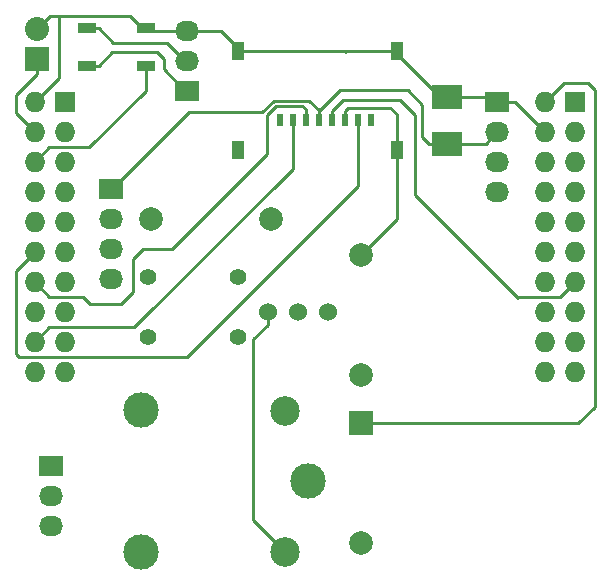
<source format=gbr>
G04 #@! TF.FileFunction,Copper,L2,Bot,Signal*
%FSLAX46Y46*%
G04 Gerber Fmt 4.6, Leading zero omitted, Abs format (unit mm)*
G04 Created by KiCad (PCBNEW 4.0.2-stable) date 2016 May 07, Saturday 23:02:04*
%MOMM*%
G01*
G04 APERTURE LIST*
%ADD10C,1.000000*%
%ADD11C,2.500000*%
%ADD12C,3.000000*%
%ADD13R,2.500000X2.000000*%
%ADD14C,1.998980*%
%ADD15R,1.998980X1.998980*%
%ADD16R,2.032000X1.727200*%
%ADD17O,2.032000X1.727200*%
%ADD18R,1.727200X1.727200*%
%ADD19O,1.727200X1.727200*%
%ADD20C,1.397000*%
%ADD21R,2.032000X2.032000*%
%ADD22O,2.032000X2.032000*%
%ADD23R,1.501140X0.899160*%
%ADD24R,0.599440X1.049020*%
%ADD25R,1.049020X1.501140*%
%ADD26C,1.524000*%
%ADD27C,0.250000*%
G04 APERTURE END LIST*
D10*
D11*
X73300000Y-96550000D03*
D12*
X61100000Y-96550000D03*
X61050000Y-84500000D03*
D11*
X73300000Y-84550000D03*
D12*
X75250000Y-90500000D03*
D13*
X87000000Y-58000000D03*
X87000000Y-62000000D03*
D14*
X79750000Y-95750000D03*
D15*
X79750000Y-85590000D03*
D16*
X91200000Y-58420000D03*
D17*
X91200000Y-60960000D03*
X91200000Y-63500000D03*
X91200000Y-66040000D03*
D16*
X53500000Y-89210000D03*
D17*
X53500000Y-91750000D03*
X53500000Y-94290000D03*
D16*
X58500000Y-65750000D03*
D17*
X58500000Y-68290000D03*
X58500000Y-70830000D03*
X58500000Y-73370000D03*
D18*
X97790000Y-58420000D03*
D19*
X95250000Y-58420000D03*
X97790000Y-60960000D03*
X95250000Y-60960000D03*
X97790000Y-63500000D03*
X95250000Y-63500000D03*
X97790000Y-66040000D03*
X95250000Y-66040000D03*
X97790000Y-68580000D03*
X95250000Y-68580000D03*
X97790000Y-71120000D03*
X95250000Y-71120000D03*
X97790000Y-73660000D03*
X95250000Y-73660000D03*
X97790000Y-76200000D03*
X95250000Y-76200000D03*
X97790000Y-78740000D03*
X95250000Y-78740000D03*
X97790000Y-81280000D03*
X95250000Y-81280000D03*
D18*
X54610000Y-58420000D03*
D19*
X52070000Y-58420000D03*
X54610000Y-60960000D03*
X52070000Y-60960000D03*
X54610000Y-63500000D03*
X52070000Y-63500000D03*
X54610000Y-66040000D03*
X52070000Y-66040000D03*
X54610000Y-68580000D03*
X52070000Y-68580000D03*
X54610000Y-71120000D03*
X52070000Y-71120000D03*
X54610000Y-73660000D03*
X52070000Y-73660000D03*
X54610000Y-76200000D03*
X52070000Y-76200000D03*
X54610000Y-78740000D03*
X52070000Y-78740000D03*
X54610000Y-81280000D03*
X52070000Y-81280000D03*
D16*
X65000000Y-57500000D03*
D17*
X65000000Y-54960000D03*
X65000000Y-52420000D03*
D14*
X72060000Y-68300000D03*
X61900000Y-68300000D03*
X79700000Y-81500000D03*
X79700000Y-71340000D03*
D20*
X69310000Y-78290000D03*
X69310000Y-73210000D03*
X61690000Y-78290000D03*
X61690000Y-73210000D03*
D21*
X52250000Y-54790000D03*
D22*
X52250000Y-52250000D03*
D23*
X56500640Y-55350200D03*
X56500640Y-52149800D03*
X61499360Y-52149800D03*
X61499360Y-55350200D03*
D24*
X72830080Y-59969120D03*
X73929900Y-59969120D03*
X75029720Y-59969120D03*
X76129540Y-59969120D03*
X77229360Y-59969120D03*
X78329180Y-59969120D03*
X79429000Y-59969120D03*
X80528820Y-59969120D03*
D25*
X69274080Y-62498960D03*
X82725920Y-62498960D03*
X69274080Y-54099180D03*
X82725920Y-54099180D03*
D26*
X74350000Y-76200000D03*
X71810000Y-76200000D03*
X76890000Y-76200000D03*
D27*
X76129540Y-59969120D02*
X76129540Y-59194610D01*
X77924150Y-57400000D02*
X83650000Y-57400000D01*
X76129540Y-59194610D02*
X77924150Y-57400000D01*
X83650000Y-57400000D02*
X84900000Y-58650000D01*
X84900000Y-58650000D02*
X84900000Y-61400000D01*
X84900000Y-61400000D02*
X85500000Y-62000000D01*
X85500000Y-62000000D02*
X87000000Y-62000000D01*
X87000000Y-62000000D02*
X90250000Y-62000000D01*
X90250000Y-62000000D02*
X91250000Y-61000000D01*
X75299990Y-58299990D02*
X76129540Y-59129540D01*
X76129540Y-59129540D02*
X76129540Y-59969120D01*
X58500000Y-65750000D02*
X58652400Y-65750000D01*
X58652400Y-65750000D02*
X65152400Y-59250000D01*
X71363590Y-59250000D02*
X72313600Y-58299990D01*
X65152400Y-59250000D02*
X71363590Y-59250000D01*
X72313600Y-58299990D02*
X75299990Y-58299990D01*
X91250000Y-58460000D02*
X92750000Y-58460000D01*
X92750000Y-58460000D02*
X95250000Y-60960000D01*
X82725920Y-62498960D02*
X82725920Y-68314080D01*
X82725920Y-68314080D02*
X79700000Y-71340000D01*
X87000000Y-58000000D02*
X90790000Y-58000000D01*
X90790000Y-58000000D02*
X91250000Y-58460000D01*
X82725920Y-54099180D02*
X82725920Y-54325240D01*
X82725920Y-54325240D02*
X86400680Y-58000000D01*
X86400680Y-58000000D02*
X87000000Y-58000000D01*
X78329180Y-59969120D02*
X78329180Y-59194610D01*
X78329180Y-59194610D02*
X78623790Y-58900000D01*
X78623790Y-58900000D02*
X82200000Y-58900000D01*
X82200000Y-58900000D02*
X82725920Y-59425920D01*
X82725920Y-59425920D02*
X82725920Y-62498960D01*
X69274080Y-54099180D02*
X78400000Y-54099180D01*
X78400000Y-54099180D02*
X82725920Y-54099180D01*
X78329180Y-54170000D02*
X78400000Y-54099180D01*
X65000000Y-52420000D02*
X67820960Y-52420000D01*
X67820960Y-52420000D02*
X69274080Y-53873120D01*
X69274080Y-53873120D02*
X69274080Y-54099180D01*
X60148570Y-51100000D02*
X54100000Y-51100000D01*
X54100000Y-51100000D02*
X53400000Y-51100000D01*
X54100000Y-54800000D02*
X54100000Y-51100000D01*
X53400000Y-51100000D02*
X52250000Y-52250000D01*
X61198370Y-52149800D02*
X60148570Y-51100000D01*
X54100000Y-54800000D02*
X54100000Y-56390000D01*
X54100000Y-56390000D02*
X52070000Y-58420000D01*
X61499360Y-52149800D02*
X61198370Y-52149800D01*
X65000000Y-52420000D02*
X61769560Y-52420000D01*
X61769560Y-52420000D02*
X61499360Y-52149800D01*
X52070000Y-78740000D02*
X53310000Y-77500000D01*
X53310000Y-77500000D02*
X60500000Y-77500000D01*
X60500000Y-77500000D02*
X73929900Y-64070100D01*
X73929900Y-64070100D02*
X73929900Y-60743630D01*
X73929900Y-60743630D02*
X73929900Y-59969120D01*
X52070000Y-73660000D02*
X53310000Y-74900000D01*
X61250000Y-70850000D02*
X63700000Y-70850000D01*
X53310000Y-74900000D02*
X56200000Y-74900000D01*
X71750000Y-62800000D02*
X71750000Y-59500000D01*
X71750000Y-59500000D02*
X72500000Y-58750000D01*
X72500000Y-58750000D02*
X74750000Y-58750000D01*
X56200000Y-74900000D02*
X56800000Y-75500000D01*
X56800000Y-75500000D02*
X59400000Y-75500000D01*
X59400000Y-75500000D02*
X60400000Y-74500000D01*
X60400000Y-74500000D02*
X60400000Y-71700000D01*
X60400000Y-71700000D02*
X61250000Y-70850000D01*
X63700000Y-70850000D02*
X71750000Y-62800000D01*
X74750000Y-58750000D02*
X75029720Y-59029720D01*
X75029720Y-59029720D02*
X75029720Y-59969120D01*
X92848601Y-74848601D02*
X92900000Y-74900000D01*
X92900000Y-74900000D02*
X93000000Y-75000000D01*
X97790000Y-73660000D02*
X96550000Y-74900000D01*
X96550000Y-74900000D02*
X92900000Y-74900000D01*
X84250000Y-66250000D02*
X92848601Y-74848601D01*
X84250000Y-59500000D02*
X84250000Y-66250000D01*
X83000000Y-58250000D02*
X84250000Y-59500000D01*
X78173970Y-58250000D02*
X83000000Y-58250000D01*
X77229360Y-59969120D02*
X77229360Y-59194610D01*
X77229360Y-59194610D02*
X78173970Y-58250000D01*
X65000000Y-80000000D02*
X79429000Y-65571000D01*
X79429000Y-65571000D02*
X79429000Y-59969120D01*
X50750000Y-80000000D02*
X65000000Y-80000000D01*
X50500000Y-79750000D02*
X50750000Y-80000000D01*
X52070000Y-71120000D02*
X50500000Y-72690000D01*
X50500000Y-72690000D02*
X50500000Y-79750000D01*
X71810000Y-76200000D02*
X71810000Y-77277630D01*
X71810000Y-77277630D02*
X70600000Y-78487630D01*
X70600000Y-78487630D02*
X70600000Y-93850000D01*
X70600000Y-93850000D02*
X73300000Y-96550000D01*
X99500000Y-84200000D02*
X98110000Y-85590000D01*
X98110000Y-85590000D02*
X79750000Y-85590000D01*
X99500000Y-57400000D02*
X99500000Y-84200000D01*
X98900000Y-56800000D02*
X99500000Y-57400000D01*
X96900000Y-56800000D02*
X98900000Y-56800000D01*
X96468601Y-57231399D02*
X96900000Y-56800000D01*
X95250000Y-58420000D02*
X96438601Y-57231399D01*
X96438601Y-57231399D02*
X96468601Y-57231399D01*
X63000000Y-54800000D02*
X63000000Y-55652400D01*
X63000000Y-55652400D02*
X64847600Y-57500000D01*
X64847600Y-57500000D02*
X65000000Y-57500000D01*
X62400000Y-54200000D02*
X63000000Y-54800000D01*
X58651410Y-54200000D02*
X62400000Y-54200000D01*
X56500640Y-55350200D02*
X57501210Y-55350200D01*
X57501210Y-55350200D02*
X58651410Y-54200000D01*
X50500000Y-57806000D02*
X50500000Y-59390000D01*
X50500000Y-59390000D02*
X52070000Y-60960000D01*
X52250000Y-54790000D02*
X52250000Y-56056000D01*
X52250000Y-56056000D02*
X50500000Y-57806000D01*
X56700000Y-62250000D02*
X61499360Y-57450640D01*
X61499360Y-57450640D02*
X61499360Y-55350200D01*
X53320000Y-62250000D02*
X56700000Y-62250000D01*
X52070000Y-63500000D02*
X53320000Y-62250000D01*
X58751410Y-53400000D02*
X63287600Y-53400000D01*
X63287600Y-53400000D02*
X64847600Y-54960000D01*
X64847600Y-54960000D02*
X65000000Y-54960000D01*
X56500640Y-52149800D02*
X57501210Y-52149800D01*
X57501210Y-52149800D02*
X58751410Y-53400000D01*
M02*

</source>
